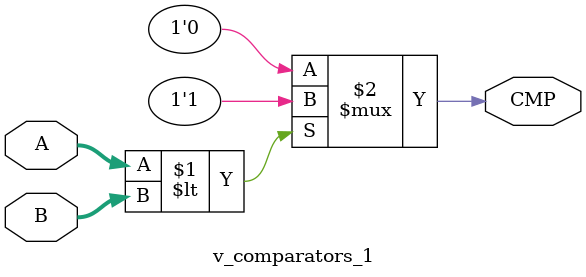
<source format=v>
module v_comparators_1 (A, B, CMP);

    parameter  WIDTH = 8;
    input  [WIDTH-1:0] A;
    input  [WIDTH-1:0] B;
    output CMP;

    assign CMP = (A < B) ? 1'b1 : 1'b0;

endmodule

</source>
